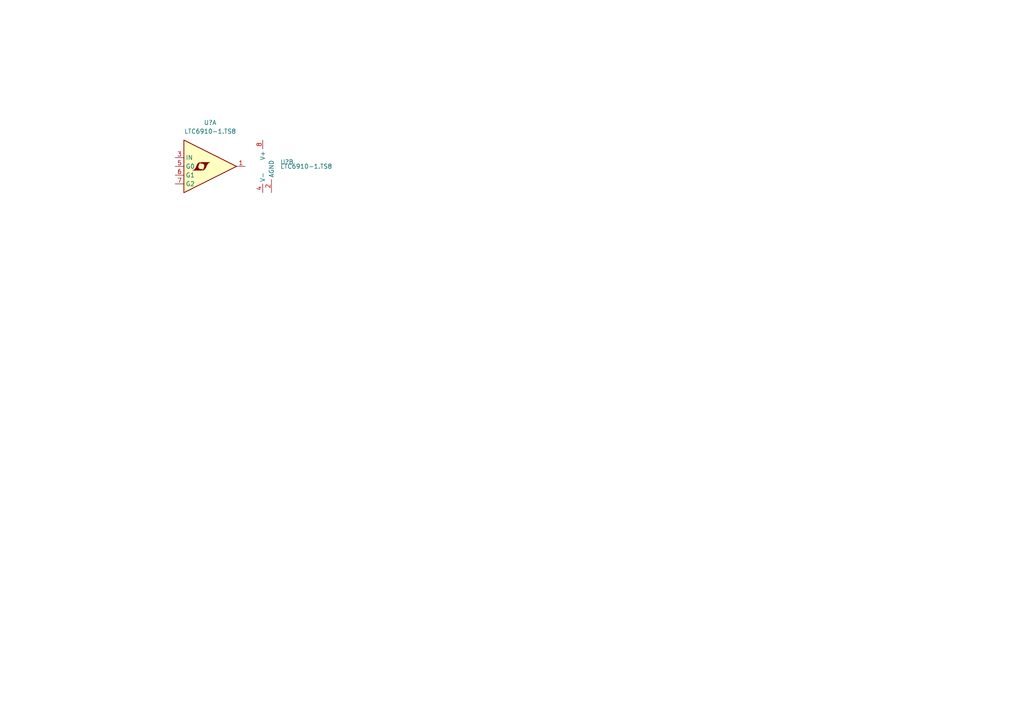
<source format=kicad_sch>
(kicad_sch (version 20201015) (generator eeschema)
  (paper "A4")
  (lib_symbols
    (symbol "ADI_SignalCondition:LTC6910-1.TS8"
      (property "Reference" "U" (at 5.08 7.62 0))
      (property "Value" "LTC6910-1.TS8" (at 5.08 -7.62 0))
      (property "Datasheet" "http://www.linear.com/product/LTC6910" (at 5.08 2.54 0))
      (symbol "LTC6910-1.TS8_1_1"
        (polyline (pts (xy 10.16 0) (xy -5.08 7.62) (xy -5.08 -7.62) (xy 10.16 0)) (stroke (width 0.254)) (fill (type background)))
        (polyline (pts (xy 0.2032 -0.9906) (xy 0.2286 -0.9652) (xy 0.2794 -0.8636) (xy 0.2794 -0.8382) (xy 0.1524 -0.8382) (xy 0.0508 -0.8128) (xy -0.4064 -0.8128) (xy -0.4318 -0.7874) (xy -0.6858 -0.6604) (xy -0.7874 -0.5588) (xy -0.8636 -0.4318) (xy -0.9144 -0.3302) (xy -0.9144 -0.0254) (xy -0.8636 0.127) (xy -0.8382 0.2286) (xy -0.8128 0.3048) (xy -0.762 0.4318) (xy -0.7112 0.5842) (xy -0.635 0.7112) (xy -0.5842 0.8382) (xy -0.508 0.9398) (xy -0.4572 1.0414) (xy -0.3302 1.1684) (xy -0.508 1.1684) (xy -0.635 1.1176) (xy -0.7366 1.0668) (xy -0.8128 1.016) (xy -0.9398 0.9144) (xy -1.1176 0.7366) (xy -1.3716 0.2794) (xy -1.4732 0) (xy -1.4732 -0.0508) (xy -1.524 -0.1524) (xy -1.5748 -0.2794) (xy -1.6256 -0.381) (xy -1.7526 -0.5588) (xy -1.905 -0.762) (xy -2.0574 -0.9144) (xy -2.2098 -1.0414) (xy -2.3876 -1.1176) (xy -2.54 -1.1684) (xy 0.127 -1.1684) (xy 0.2032 -0.9906)) (stroke (width 0.0254)) (fill (type outline)))
        (polyline (pts (xy 0.4064 -1.143) (xy 0.4826 -1.143) (xy 0.6604 -1.0668) (xy 0.8128 -0.9652) (xy 1.0922 -0.6858) (xy 1.2192 -0.4826) (xy 1.3208 -0.2794) (xy 1.397 -0.0254) (xy 1.4224 -0.0254) (xy 1.4986 0.2286) (xy 1.7526 0.635) (xy 1.905 0.8128) (xy 2.0574 0.9652) (xy 2.2098 1.0668) (xy 2.3876 1.143) (xy 2.413 1.143) (xy 2.413 1.1684) (xy -0.1524 1.1684) (xy -0.2286 1.016) (xy -0.254 0.9906) (xy -0.3048 0.889) (xy -0.3302 0.8636) (xy -0.2794 0.8636) (xy -0.2286 0.8382) (xy 0.3048 0.8382) (xy 0.3556 0.8128) (xy 0.4064 0.8128) (xy 0.4826 0.7874) (xy 0.6096 0.7112) (xy 0.7366 0.6096) (xy 0.8128 0.4826) (xy 0.8382 0.4318) (xy 0.8636 0.4064) (xy 0.8636 0) (xy 0.8382 -0.0508) (xy 0.8382 -0.127) (xy 0.7874 -0.2286) (xy 0.762 -0.3556) (xy 0.6858 -0.508) (xy 0.635 -0.6604) (xy 0.4826 -0.9144) (xy 0.4318 -1.016) (xy 0.2794 -1.1684) (xy 0.4064 -1.143)) (stroke (width 0.0254)) (fill (type outline)))
        (pin output line (at 12.7 0 180) (length 2.54) (name "~") (number "1"))
        (pin input line (at -7.62 2.54 0) (length 2.54) (name "IN") (number "3"))
        (pin input line (at -7.62 0 0) (length 2.54) (name "G0") (number "5"))
        (pin input line (at -7.62 -2.54 0) (length 2.54) (name "G1") (number "6"))
        (pin input line (at -7.62 -5.08 0) (length 2.54) (name "G2") (number "7"))
      )
      (symbol "LTC6910-1.TS8_2_1"
        (pin power_in line (at 2.54 -7.62 90) (length 3.81) (name "AGND") (number "2"))
        (pin power_in line (at 0 -7.62 90) (length 2.54) (name "V-") (number "4"))
        (pin power_in line (at 0 7.62 270) (length 2.54) (name "V+") (number "8"))
      )
    )
  )
  (symbol (lib_id "ADI_SignalCondition:LTC6910-1.TS8") (at 76.2 48.26 0) (unit 2)
    (property "Reference" "U?" (at 81.28 46.99 0) (effects (justify left)))
    (property "Value" "LTC6910-1.TS8" (at 81.28 48.26 0) (effects (justify left)))
    (property "Footprint" "TSOT-23-8" (effects hide))
  )
  (symbol (lib_id "ADI_SignalCondition:LTC6910-1.TS8") (at 58.42 48.26 0) (unit 1)
    (property "Reference" "U?" (at 60.96 35.56 0))
    (property "Value" "LTC6910-1.TS8" (at 60.96 38.1 0))
    (property "Footprint" "TSOT-23-8" (effects hide))
  )
)
</source>
